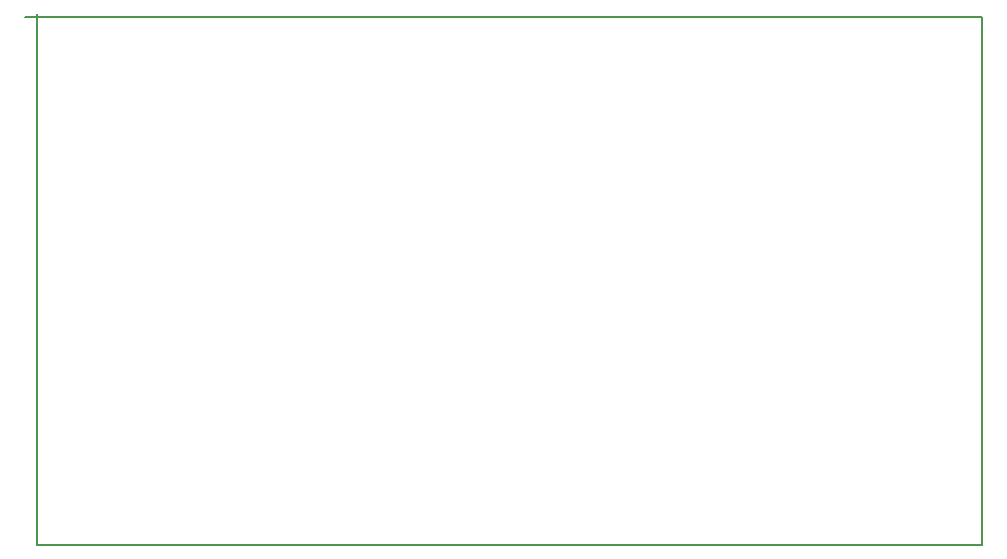
<source format=gm1>
G04 #@! TF.GenerationSoftware,KiCad,Pcbnew,(5.0.1)-rc2*
G04 #@! TF.CreationDate,2018-10-16T23:55:48-04:00*
G04 #@! TF.ProjectId,vco2,76636F322E6B696361645F7063620000,1*
G04 #@! TF.SameCoordinates,Original*
G04 #@! TF.FileFunction,Profile,NP*
%FSLAX46Y46*%
G04 Gerber Fmt 4.6, Leading zero omitted, Abs format (unit mm)*
G04 Created by KiCad (PCBNEW (5.0.1)-rc2) date 10/16/2018 11:55:48 PM*
%MOMM*%
%LPD*%
G01*
G04 APERTURE LIST*
%ADD10C,0.150000*%
G04 APERTURE END LIST*
D10*
X143510000Y-86360000D02*
X62484000Y-86360000D01*
X143510000Y-131064000D02*
X143510000Y-86360000D01*
X63500000Y-131064000D02*
X143510000Y-131064000D01*
X63500000Y-86106000D02*
X63500000Y-131064000D01*
M02*

</source>
